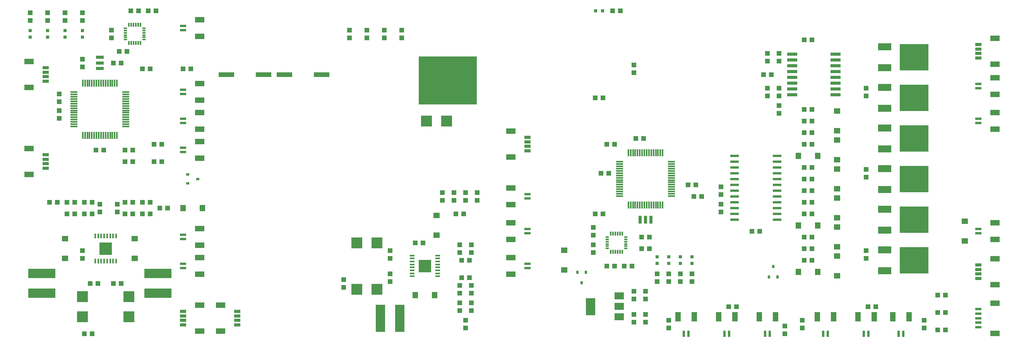
<source format=gtp>
G75*
G70*
%OFA0B0*%
%FSLAX24Y24*%
%IPPOS*%
%LPD*%
%AMOC8*
5,1,8,0,0,1.08239X$1,22.5*
%
%ADD10R,0.0118X0.0591*%
%ADD11R,0.0591X0.0118*%
%ADD12R,0.0780X0.0210*%
%ADD13R,0.0433X0.0394*%
%ADD14R,0.0394X0.0433*%
%ADD15R,0.0500X0.0579*%
%ADD16R,0.0579X0.0500*%
%ADD17R,0.1181X0.0630*%
%ADD18R,0.2470X0.2280*%
%ADD19R,0.0531X0.0236*%
%ADD20R,0.0787X0.0472*%
%ADD21R,0.0790X0.0590*%
%ADD22R,0.0790X0.1500*%
%ADD23R,0.0315X0.0315*%
%ADD24R,0.0886X0.0256*%
%ADD25R,0.0236X0.0531*%
%ADD26R,0.0472X0.0787*%
%ADD27R,0.0236X0.0256*%
%ADD28R,0.0276X0.0669*%
%ADD29R,0.0138X0.0335*%
%ADD30R,0.0315X0.0138*%
%ADD31R,0.0669X0.0276*%
%ADD32R,0.0256X0.0236*%
%ADD33R,0.0413X0.0177*%
%ADD34R,0.1102X0.1102*%
%ADD35R,0.0945X0.0945*%
%ADD36R,0.0787X0.2362*%
%ADD37R,0.0177X0.0413*%
%ADD38R,0.2362X0.0787*%
%ADD39R,0.5000X0.4150*%
%ADD40R,0.1378X0.0394*%
%ADD41R,0.0535X0.0256*%
%ADD42R,0.0827X0.0512*%
D10*
X005675Y021357D03*
X005872Y021357D03*
X006069Y021357D03*
X006265Y021357D03*
X006462Y021357D03*
X006659Y021357D03*
X006856Y021357D03*
X007053Y021357D03*
X007250Y021357D03*
X007446Y021357D03*
X007643Y021357D03*
X007840Y021357D03*
X008037Y021357D03*
X008234Y021357D03*
X008431Y021357D03*
X008628Y021357D03*
X008628Y025845D03*
X008431Y025845D03*
X008234Y025845D03*
X008037Y025845D03*
X007840Y025845D03*
X007643Y025845D03*
X007446Y025845D03*
X007250Y025845D03*
X007053Y025845D03*
X006856Y025845D03*
X006659Y025845D03*
X006462Y025845D03*
X006265Y025845D03*
X006069Y025845D03*
X005872Y025845D03*
X005675Y025845D03*
X052675Y019845D03*
X052872Y019845D03*
X053069Y019845D03*
X053265Y019845D03*
X053462Y019845D03*
X053659Y019845D03*
X053856Y019845D03*
X054053Y019845D03*
X054250Y019845D03*
X054446Y019845D03*
X054643Y019845D03*
X054840Y019845D03*
X055037Y019845D03*
X055234Y019845D03*
X055431Y019845D03*
X055628Y019845D03*
X055628Y015357D03*
X055431Y015357D03*
X055234Y015357D03*
X055037Y015357D03*
X054840Y015357D03*
X054643Y015357D03*
X054446Y015357D03*
X054250Y015357D03*
X054053Y015357D03*
X053856Y015357D03*
X053659Y015357D03*
X053462Y015357D03*
X053265Y015357D03*
X053069Y015357D03*
X052872Y015357D03*
X052675Y015357D03*
D11*
X051907Y016124D03*
X051907Y016321D03*
X051907Y016518D03*
X051907Y016715D03*
X051907Y016912D03*
X051907Y017109D03*
X051907Y017306D03*
X051907Y017502D03*
X051907Y017699D03*
X051907Y017896D03*
X051907Y018093D03*
X051907Y018290D03*
X051907Y018487D03*
X051907Y018683D03*
X051907Y018880D03*
X051907Y019077D03*
X056395Y019077D03*
X056395Y018880D03*
X056395Y018683D03*
X056395Y018487D03*
X056395Y018290D03*
X056395Y018093D03*
X056395Y017896D03*
X056395Y017699D03*
X056395Y017502D03*
X056395Y017306D03*
X056395Y017109D03*
X056395Y016912D03*
X056395Y016715D03*
X056395Y016518D03*
X056395Y016321D03*
X056395Y016124D03*
X009395Y022124D03*
X009395Y022321D03*
X009395Y022518D03*
X009395Y022715D03*
X009395Y022912D03*
X009395Y023109D03*
X009395Y023306D03*
X009395Y023502D03*
X009395Y023699D03*
X009395Y023896D03*
X009395Y024093D03*
X009395Y024290D03*
X009395Y024487D03*
X009395Y024683D03*
X009395Y024880D03*
X009395Y025077D03*
X004907Y025077D03*
X004907Y024880D03*
X004907Y024683D03*
X004907Y024487D03*
X004907Y024290D03*
X004907Y024093D03*
X004907Y023896D03*
X004907Y023699D03*
X004907Y023502D03*
X004907Y023306D03*
X004907Y023109D03*
X004907Y022912D03*
X004907Y022715D03*
X004907Y022518D03*
X004907Y022321D03*
X004907Y022124D03*
D12*
X061806Y019601D03*
X061806Y019101D03*
X061806Y018601D03*
X061806Y018101D03*
X061806Y017601D03*
X061806Y017101D03*
X061806Y016601D03*
X061806Y016101D03*
X061806Y015601D03*
X061806Y015101D03*
X061806Y014601D03*
X061806Y014101D03*
X065496Y014101D03*
X065496Y014601D03*
X065496Y015101D03*
X065496Y015601D03*
X065496Y016101D03*
X065496Y016601D03*
X065496Y017101D03*
X065496Y017601D03*
X065496Y018101D03*
X065496Y018601D03*
X065496Y019101D03*
X065496Y019601D03*
D13*
X005817Y004251D03*
X006486Y004251D03*
X006317Y008601D03*
X006986Y008601D03*
X008317Y008601D03*
X008986Y008601D03*
X008651Y014766D03*
X008651Y015435D03*
X009317Y015601D03*
X009986Y015601D03*
X012317Y015101D03*
X012986Y015101D03*
X007151Y014766D03*
X007151Y015435D03*
X006486Y015601D03*
X005817Y015601D03*
X003486Y015601D03*
X002817Y015601D03*
X006817Y020101D03*
X007486Y020101D03*
X009317Y020101D03*
X009986Y020101D03*
X005651Y027266D03*
X005651Y027935D03*
X008317Y027601D03*
X008986Y027601D03*
X008817Y028601D03*
X009486Y028601D03*
X005651Y031266D03*
X005651Y031935D03*
X004151Y031935D03*
X002651Y031935D03*
X002651Y031266D03*
X004151Y031266D03*
X001151Y031266D03*
X001151Y031935D03*
X009817Y032101D03*
X010486Y032101D03*
X011317Y032101D03*
X011986Y032101D03*
X028651Y030435D03*
X028651Y029766D03*
X030151Y029766D03*
X031651Y029766D03*
X031651Y030435D03*
X030151Y030435D03*
X050817Y020601D03*
X051486Y020601D03*
X053317Y021101D03*
X053986Y021101D03*
X050986Y018101D03*
X050317Y018101D03*
X057817Y017101D03*
X058486Y017101D03*
X058317Y016101D03*
X058986Y016101D03*
X060651Y016266D03*
X060651Y016935D03*
X067817Y015601D03*
X068486Y015601D03*
X073151Y017766D03*
X073151Y018435D03*
X068486Y021601D03*
X067817Y021601D03*
X065651Y023266D03*
X065651Y023935D03*
X065651Y024766D03*
X064651Y024766D03*
X064651Y025435D03*
X065651Y025435D03*
X064986Y026601D03*
X064317Y026601D03*
X067817Y029601D03*
X068486Y029601D03*
X073151Y025435D03*
X073151Y024766D03*
X063986Y013101D03*
X063317Y013101D03*
X067817Y011601D03*
X068486Y011601D03*
X073151Y011435D03*
X073151Y010766D03*
X078151Y005435D03*
X078151Y004766D03*
X067651Y004766D03*
X067651Y005435D03*
X066151Y004935D03*
X066151Y004266D03*
X056151Y004766D03*
X056151Y005435D03*
X056151Y008766D03*
X056151Y009435D03*
X055151Y009435D03*
X055151Y008766D03*
X057151Y008766D03*
X057151Y009435D03*
X058151Y009435D03*
X058151Y008766D03*
X052986Y010101D03*
X052317Y010101D03*
X051486Y010101D03*
X050817Y010101D03*
X053817Y011601D03*
X054486Y011601D03*
X039151Y006935D03*
X038151Y006935D03*
X038151Y006266D03*
X039151Y006266D03*
X038151Y007766D03*
X038151Y008435D03*
X038151Y011266D03*
X038151Y011935D03*
X034986Y012101D03*
X034317Y012101D03*
X036651Y015766D03*
X037651Y015766D03*
X037651Y016435D03*
X036651Y016435D03*
X038651Y016435D03*
X038651Y015766D03*
D14*
X039651Y015766D03*
X039651Y016435D03*
X038486Y014601D03*
X037817Y014601D03*
X039151Y011935D03*
X039151Y011266D03*
X038986Y010601D03*
X038317Y010601D03*
X038317Y009101D03*
X038986Y009101D03*
X039151Y008435D03*
X039151Y007766D03*
X038651Y005435D03*
X038651Y004766D03*
X032151Y008766D03*
X032151Y009435D03*
X032151Y010766D03*
X032151Y011435D03*
X028151Y008935D03*
X028151Y008266D03*
X011486Y014601D03*
X010817Y014601D03*
X009986Y014601D03*
X009317Y014601D03*
X010817Y015601D03*
X011486Y015601D03*
X006486Y014601D03*
X005817Y014601D03*
X004986Y014601D03*
X004317Y014601D03*
X004317Y015601D03*
X004986Y015601D03*
X009317Y019101D03*
X009986Y019101D03*
X011817Y019101D03*
X012486Y019101D03*
X012486Y020601D03*
X011817Y020601D03*
X003651Y022816D03*
X003651Y023485D03*
X003651Y024266D03*
X003651Y024935D03*
X010817Y027101D03*
X011486Y027101D03*
X014317Y027101D03*
X014986Y027101D03*
X008151Y029766D03*
X008151Y030435D03*
X033151Y030435D03*
X033151Y029766D03*
X049817Y024601D03*
X050486Y024601D03*
X053151Y026766D03*
X053151Y027435D03*
X051986Y032101D03*
X051317Y032101D03*
X064651Y028435D03*
X065651Y028435D03*
X065651Y027766D03*
X064651Y027766D03*
X067817Y023601D03*
X068486Y023601D03*
X068486Y022601D03*
X067817Y022601D03*
X067817Y020601D03*
X068486Y020601D03*
X068486Y018601D03*
X067817Y018601D03*
X067817Y017601D03*
X068486Y017601D03*
X068486Y016601D03*
X067817Y016601D03*
X067817Y014601D03*
X068486Y014601D03*
X068486Y012601D03*
X067817Y012601D03*
X067817Y010601D03*
X068486Y010601D03*
X073317Y006601D03*
X073986Y006601D03*
X079317Y006101D03*
X079986Y006101D03*
X079986Y007601D03*
X079317Y007601D03*
X079317Y004601D03*
X079986Y004601D03*
X061986Y006601D03*
X061317Y006601D03*
X054151Y007266D03*
X053151Y007266D03*
X053151Y007935D03*
X054151Y007935D03*
X054151Y005935D03*
X053151Y005935D03*
X053151Y005266D03*
X054151Y005266D03*
X049651Y011266D03*
X049651Y011935D03*
X049651Y012766D03*
X049651Y013435D03*
X049817Y014601D03*
X050486Y014601D03*
X053817Y012601D03*
X054486Y012601D03*
X060651Y014766D03*
X060651Y015435D03*
X005651Y011435D03*
X005651Y010766D03*
D15*
X014305Y015101D03*
X015998Y015101D03*
X034305Y007601D03*
X035998Y007601D03*
X067305Y009601D03*
X068998Y009601D03*
X068998Y013601D03*
X067305Y013601D03*
X067305Y019601D03*
X068998Y019601D03*
D16*
X070651Y019254D03*
X070651Y018447D03*
X070651Y016754D03*
X070651Y015947D03*
X070651Y014254D03*
X070651Y013447D03*
X070651Y011754D03*
X070651Y010947D03*
X070651Y009254D03*
X081651Y012254D03*
X081651Y013947D03*
X070651Y020947D03*
X070651Y021754D03*
X070651Y023447D03*
X047151Y011447D03*
X047151Y009754D03*
X036151Y012754D03*
X036151Y014447D03*
X010151Y012447D03*
X010151Y010754D03*
X004151Y010754D03*
X004151Y012447D03*
D17*
X074741Y013201D03*
X074741Y011501D03*
X074741Y009701D03*
X074741Y015001D03*
X074741Y016701D03*
X074741Y018501D03*
X074741Y020201D03*
X074741Y022001D03*
X074741Y023701D03*
X074741Y025501D03*
X074741Y027201D03*
X074741Y029001D03*
D18*
X077276Y028101D03*
X077276Y024601D03*
X077276Y021101D03*
X077276Y017601D03*
X077276Y014101D03*
X077276Y010601D03*
D19*
X082811Y012904D03*
X082811Y013298D03*
X082811Y006388D03*
X082811Y005994D03*
X082811Y005601D03*
X082811Y005207D03*
X082811Y004813D03*
X043992Y009904D03*
X043992Y010298D03*
X043992Y012904D03*
X043992Y013298D03*
X043992Y015904D03*
X043992Y016298D03*
X014311Y012798D03*
X014311Y012404D03*
X014311Y010298D03*
X014311Y009904D03*
X014311Y019904D03*
X014311Y020298D03*
X014311Y022404D03*
X014311Y022798D03*
X014311Y024904D03*
X014311Y025298D03*
X014311Y030404D03*
X014311Y030798D03*
X082811Y025798D03*
X082811Y025404D03*
X082811Y022798D03*
X082811Y022404D03*
D20*
X084257Y021892D03*
X084257Y023309D03*
X084257Y024892D03*
X084257Y026309D03*
X084257Y013809D03*
X084257Y012392D03*
X084257Y006900D03*
X084257Y004302D03*
X042545Y009392D03*
X042545Y010809D03*
X042545Y012392D03*
X042545Y013809D03*
X042545Y015392D03*
X042545Y016809D03*
X015757Y019392D03*
X015757Y020809D03*
X015757Y021892D03*
X015757Y023309D03*
X015757Y024392D03*
X015757Y025809D03*
X015757Y029892D03*
X015757Y031309D03*
X015757Y013309D03*
X015757Y011892D03*
X015757Y010809D03*
X015757Y009392D03*
D21*
X051891Y007511D03*
X051891Y006611D03*
X051891Y005711D03*
D22*
X049411Y006601D03*
D23*
X055151Y010306D03*
X055151Y010896D03*
X056151Y010896D03*
X056151Y010306D03*
X057151Y010306D03*
X057151Y010896D03*
X058151Y010896D03*
X058151Y010306D03*
X050446Y032101D03*
X049856Y032101D03*
X005651Y030396D03*
X005651Y029806D03*
X004151Y029806D03*
X002651Y029806D03*
X002651Y030396D03*
X004151Y030396D03*
X001151Y030396D03*
X001151Y029806D03*
D24*
X066781Y028351D03*
X066781Y027851D03*
X066781Y027351D03*
X066781Y026851D03*
X066781Y026351D03*
X066781Y025851D03*
X066781Y025351D03*
X066781Y024851D03*
X070521Y024851D03*
X070521Y025351D03*
X070521Y025851D03*
X070521Y026351D03*
X070521Y026851D03*
X070521Y027351D03*
X070521Y027851D03*
X070521Y028351D03*
D25*
X069848Y004260D03*
X069454Y004260D03*
X072954Y004260D03*
X073348Y004260D03*
X075954Y004260D03*
X076348Y004260D03*
X064848Y004260D03*
X064454Y004260D03*
X061348Y004260D03*
X060954Y004260D03*
X057848Y004260D03*
X057454Y004260D03*
D26*
X056943Y005707D03*
X058360Y005707D03*
X060443Y005707D03*
X061860Y005707D03*
X063943Y005707D03*
X065360Y005707D03*
X068943Y005707D03*
X070360Y005707D03*
X072443Y005707D03*
X073860Y005707D03*
X075443Y005707D03*
X076860Y005707D03*
D27*
X065525Y009158D03*
X064777Y009158D03*
X065151Y010044D03*
X049025Y009544D03*
X048277Y009544D03*
X048651Y008658D03*
D28*
X053679Y014101D03*
X054151Y014101D03*
X054624Y014101D03*
D29*
X052143Y012878D03*
X051946Y012878D03*
X051750Y012878D03*
X051553Y012878D03*
X051356Y012878D03*
X051159Y012878D03*
X051159Y011323D03*
X051356Y011323D03*
X051553Y011323D03*
X051750Y011323D03*
X051946Y011323D03*
X052143Y011323D03*
X010643Y029323D03*
X010446Y029323D03*
X010250Y029323D03*
X010053Y029323D03*
X009856Y029323D03*
X009659Y029323D03*
X009659Y030878D03*
X009856Y030878D03*
X010053Y030878D03*
X010250Y030878D03*
X010446Y030878D03*
X010643Y030878D03*
D30*
X010939Y030593D03*
X010939Y030396D03*
X010939Y030199D03*
X010939Y030002D03*
X010939Y029806D03*
X010939Y029609D03*
X009364Y029609D03*
X009364Y029806D03*
X009364Y030002D03*
X009364Y030199D03*
X009364Y030396D03*
X009364Y030593D03*
X050864Y012593D03*
X050864Y012396D03*
X050864Y012199D03*
X050864Y012002D03*
X050864Y011806D03*
X050864Y011609D03*
X052439Y011609D03*
X052439Y011806D03*
X052439Y012002D03*
X052439Y012199D03*
X052439Y012396D03*
X052439Y012593D03*
D31*
X007151Y027128D03*
X007151Y027601D03*
X007151Y028073D03*
D32*
X014708Y017975D03*
X015594Y017601D03*
X014708Y017227D03*
D33*
X034059Y010996D03*
X034059Y010741D03*
X034059Y010485D03*
X034059Y010229D03*
X034059Y009973D03*
X034059Y009717D03*
X034059Y009461D03*
X034059Y009205D03*
X036244Y009205D03*
X036244Y009461D03*
X036244Y009717D03*
X036244Y009973D03*
X036244Y010229D03*
X036244Y010485D03*
X036244Y010741D03*
X036244Y010996D03*
D34*
X035151Y010101D03*
X007651Y011601D03*
D35*
X005651Y007467D03*
X005651Y005735D03*
X009651Y005735D03*
X009651Y007467D03*
X029285Y008101D03*
X031017Y008101D03*
X031017Y012101D03*
X029285Y012101D03*
X035285Y022601D03*
X037017Y022601D03*
D36*
X032998Y005601D03*
X031305Y005601D03*
D37*
X008547Y010508D03*
X008291Y010508D03*
X008035Y010508D03*
X007779Y010508D03*
X007523Y010508D03*
X007267Y010508D03*
X007011Y010508D03*
X006756Y010508D03*
X006756Y012693D03*
X007011Y012693D03*
X007267Y012693D03*
X007523Y012693D03*
X007779Y012693D03*
X008035Y012693D03*
X008291Y012693D03*
X008547Y012693D03*
D38*
X012151Y009447D03*
X012151Y007754D03*
X002151Y007754D03*
X002151Y009447D03*
D39*
X037121Y026101D03*
D40*
X026246Y026601D03*
X023057Y026601D03*
X021246Y026601D03*
X018057Y026601D03*
D41*
X002494Y026404D03*
X002494Y026798D03*
X002494Y027191D03*
X002494Y026010D03*
X002494Y019691D03*
X002494Y019298D03*
X002494Y018904D03*
X002494Y018510D03*
X014309Y006191D03*
X014309Y005798D03*
X014309Y005404D03*
X014309Y005010D03*
X018994Y005010D03*
X018994Y005404D03*
X018994Y005798D03*
X018994Y006191D03*
X043994Y020010D03*
X043994Y020404D03*
X043994Y020798D03*
X043994Y021191D03*
X082809Y028010D03*
X082809Y028404D03*
X082809Y028798D03*
X082809Y029191D03*
X082809Y010191D03*
X082809Y009798D03*
X082809Y009404D03*
X082809Y009010D03*
D42*
X084238Y008479D03*
X084238Y010723D03*
X084238Y027479D03*
X084238Y029723D03*
X042565Y021723D03*
X042565Y019479D03*
X017565Y006723D03*
X015738Y006723D03*
X015738Y004479D03*
X017565Y004479D03*
X001065Y017979D03*
X001065Y020223D03*
X001065Y025479D03*
X001065Y027723D03*
M02*

</source>
